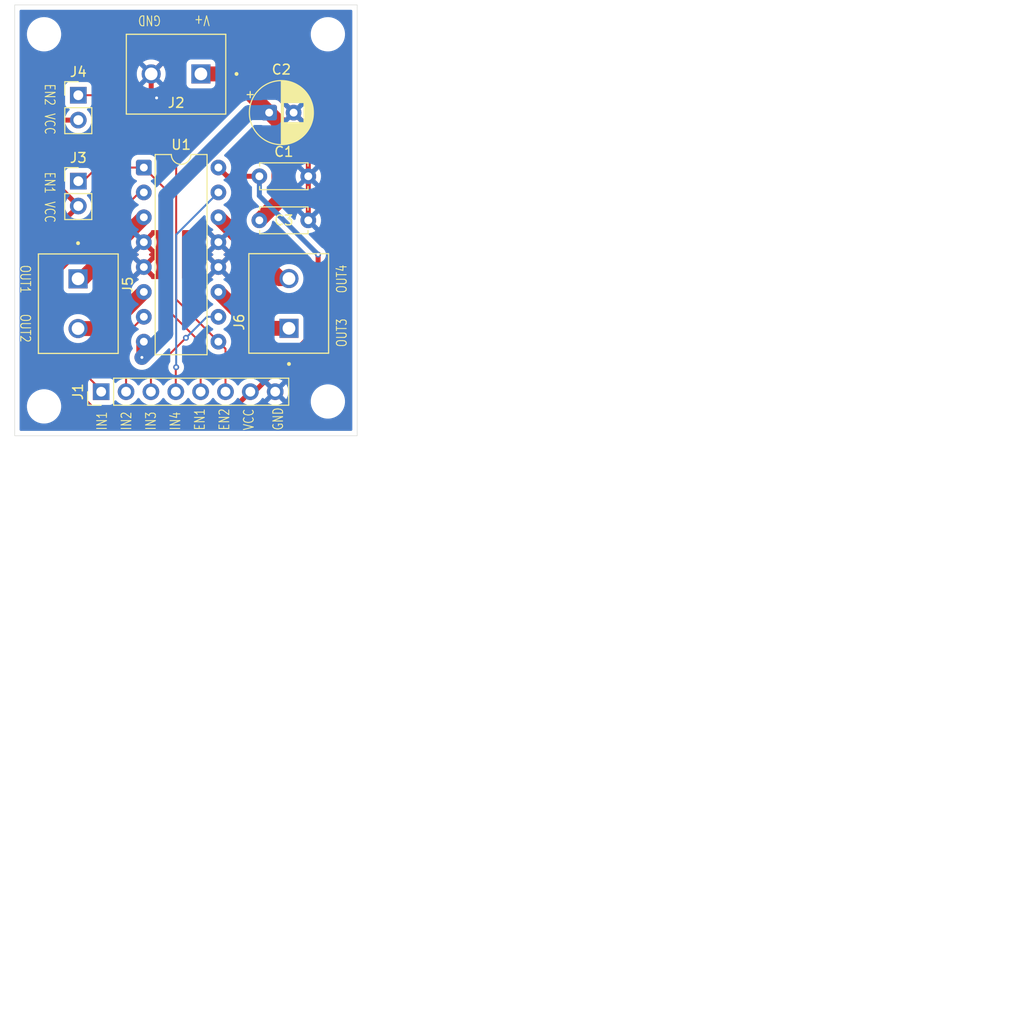
<source format=kicad_pcb>
(kicad_pcb (version 20241229) (generator "pcbnew") (generator_version "9.0")
  (title_block (title "MOTOR_DRIVER") (date "2025-11-08"))
  (layers (0 "F.Cu" signal) (2 "B.Cu" signal) (13 "F.Paste" user) (15 "B.Paste" user) (5 "F.SilkS" user "F.Silkscreen") (7 "B.SilkS" user "B.Silkscreen") (1 "F.Mask" user) (3 "B.Mask" user) (25 "Edge.Cuts" user))
  (net 0 "")
  (net 1 "GND")
  (net 2 "VCC")
  (net 3 "/+V")
  (net 4 "/IN4")
  (net 5 "/IN2")
  (net 6 "/IN3")
  (net 7 "/EN1")
  (net 8 "/EN2")
  (net 9 "/IN1")
  (net 10 "/OUT2")
  (net 11 "/OUT1")
  (net 12 "/OUT3")
  (net 13 "/OUT4")
  (footprint "MountingHole:MountingHole_3mm" (layer "F.Cu") (at 143 113)
    (property "Reference" "REF**" (hide yes))
    (property "Value" "MountingHole_3mm" (hide yes))
    (pad "" np_thru_hole circle (at 0 0) (size 3 3) (drill 3) (layers "*.Cu" "*.Mask"))
  )
  (footprint "1729128:PHOENIX_1729128" (layer "F.Cu") (at 161.5675 75 180)
    (property "Reference" "J2" (at 5.0675 -7 0) (layer "F.SilkS"))
    (property "Value" "Screw_Terminal_01x02" (hide yes))
    (fp_line (start 10.16 0) (end 10.16 -8.15) (stroke (width 0.127)) (layer "F.SilkS"))
    (fp_line (start 10.16 -8.15) (end 0 -8.15) (stroke (width 0.127)) (layer "F.SilkS"))
    (fp_line (start 0 0) (end 10.16 0) (stroke (width 0.127)) (layer "F.SilkS"))
    (fp_line (start 0 -8.15) (end 0 0) (stroke (width 0.127)) (layer "F.SilkS"))
    (fp_circle (center -1.1 -4.05) (end -1 -4.05) (stroke (width 0.2)) (fill no) (layer "F.SilkS"))
    (pad "1" thru_hole rect (at 2.54 -4.05 180) (size 1.95 1.95) (drill 1.3) (layers "*.Cu" "*.Mask") (net 3 "/+V"))
    (pad "2" thru_hole circle (at 7.62 -4.05 180) (size 1.95 1.95) (drill 1.3) (layers "*.Cu" "*.Mask") (net 1 "GND"))
  )
  (footprint "Capacitor_THT:C_Disc_D4.7mm_W2.5mm_P5.00mm" (layer "F.Cu") (at 165 89.5)
    (property "Reference" "C1" (at 2.5 -2.5 0) (layer "F.SilkS"))
    (property "Value" "0.1uF" (hide yes))
    (fp_line (start 0.03 -1.37) (end 4.97 -1.37) (stroke (width 0.12)) (layer "F.SilkS"))
    (fp_line (start 0.03 -1.04) (end 0.03 -1.37) (stroke (width 0.12)) (layer "F.SilkS"))
    (fp_line (start 0.03 1.37) (end 0.03 1.04) (stroke (width 0.12)) (layer "F.SilkS"))
    (fp_line (start 4.97 -1.37) (end 4.97 -1.04) (stroke (width 0.12)) (layer "F.SilkS"))
    (fp_line (start 4.97 1.04) (end 4.97 1.37) (stroke (width 0.12)) (layer "F.SilkS"))
    (fp_line (start 4.97 1.37) (end 0.03 1.37) (stroke (width 0.12)) (layer "F.SilkS"))
    (pad "1" thru_hole circle (at 0 0) (size 1.6 1.6) (drill 0.8) (layers "*.Cu" "*.Mask") (net 2 "VCC"))
    (pad "2" thru_hole circle (at 5 0) (size 1.6 1.6) (drill 0.8) (layers "*.Cu" "*.Mask") (net 1 "GND"))
  )
  (footprint "Connector_PinHeader_2.54mm:PinHeader_1x02_P2.54mm_Vertical" (layer "F.Cu") (at 146.5 90)
    (property "Reference" "J3" (at 0 -2.38 0) (layer "F.SilkS"))
    (property "Value" "Conn_01x02_Pin" (hide yes))
    (fp_line (start -1.38 -1.38) (end 0 -1.38) (stroke (width 0.12)) (layer "F.SilkS"))
    (fp_line (start -1.38 0) (end -1.38 -1.38) (stroke (width 0.12)) (layer "F.SilkS"))
    (fp_line (start -1.38 1.27) (end -1.38 3.92) (stroke (width 0.12)) (layer "F.SilkS"))
    (fp_line (start -1.38 1.27) (end 1.38 1.27) (stroke (width 0.12)) (layer "F.SilkS"))
    (fp_line (start -1.38 3.92) (end 1.38 3.92) (stroke (width 0.12)) (layer "F.SilkS"))
    (fp_line (start 1.38 1.27) (end 1.38 3.92) (stroke (width 0.12)) (layer "F.SilkS"))
    (pad "1" thru_hole rect (at 0 0) (size 1.7 1.7) (drill 1) (layers "*.Cu" "*.Mask") (net 7 "/EN1"))
    (pad "2" thru_hole circle (at 0 2.54) (size 1.7 1.7) (drill 1) (layers "*.Cu" "*.Mask") (net 2 "VCC"))
  )
  (footprint "Package_DIP:DIP-16_W7.62mm" (layer "F.Cu") (at 153.195 88.61)
    (property "Reference" "U1" (at 3.81 -2.33 0) (layer "F.SilkS"))
    (property "Value" "L293D" (hide yes))
    (fp_line (start 1.16 -1.33) (end 1.16 19.11) (stroke (width 0.12)) (layer "F.SilkS"))
    (fp_line (start 1.16 19.11) (end 6.46 19.11) (stroke (width 0.12)) (layer "F.SilkS"))
    (fp_line (start 2.81 -1.33) (end 1.16 -1.33) (stroke (width 0.12)) (layer "F.SilkS"))
    (fp_line (start 6.46 -1.33) (end 4.81 -1.33) (stroke (width 0.12)) (layer "F.SilkS"))
    (fp_line (start 6.46 19.11) (end 6.46 -1.33) (stroke (width 0.12)) (layer "F.SilkS"))
    (fp_arc (start 4.81 -1.33) (mid 3.81 -0.33) (end 2.81 -1.33) (stroke (width 0.12)) (layer "F.SilkS"))
    (pad "1" thru_hole roundrect (at 0 0) (size 1.6 1.6) (drill 0.8) (layers "*.Cu" "*.Mask") (roundrect_rratio 0.15625) (net 7 "/EN1"))
    (pad "2" thru_hole circle (at 0 2.54) (size 1.6 1.6) (drill 0.8) (layers "*.Cu" "*.Mask") (net 9 "/IN1"))
    (pad "3" thru_hole circle (at 0 5.08) (size 1.6 1.6) (drill 0.8) (layers "*.Cu" "*.Mask") (net 11 "/OUT1"))
    (pad "4" thru_hole circle (at 0 7.62) (size 1.6 1.6) (drill 0.8) (layers "*.Cu" "*.Mask") (net 1 "GND"))
    (pad "5" thru_hole circle (at 0 10.16) (size 1.6 1.6) (drill 0.8) (layers "*.Cu" "*.Mask") (net 1 "GND"))
    (pad "6" thru_hole circle (at 0 12.7) (size 1.6 1.6) (drill 0.8) (layers "*.Cu" "*.Mask") (net 10 "/OUT2"))
    (pad "7" thru_hole circle (at 0 15.24) (size 1.6 1.6) (drill 0.8) (layers "*.Cu" "*.Mask") (net 5 "/IN2"))
    (pad "8" thru_hole circle (at 0 17.78) (size 1.6 1.6) (drill 0.8) (layers "*.Cu" "*.Mask") (net 3 "/+V"))
    (pad "9" thru_hole circle (at 7.62 17.78) (size 1.6 1.6) (drill 0.8) (layers "*.Cu" "*.Mask") (net 8 "/EN2"))
    (pad "10" thru_hole circle (at 7.62 15.24) (size 1.6 1.6) (drill 0.8) (layers "*.Cu" "*.Mask") (net 6 "/IN3"))
    (pad "11" thru_hole circle (at 7.62 12.7) (size 1.6 1.6) (drill 0.8) (layers "*.Cu" "*.Mask") (net 12 "/OUT3"))
    (pad "12" thru_hole circle (at 7.62 10.16) (size 1.6 1.6) (drill 0.8) (layers "*.Cu" "*.Mask") (net 1 "GND"))
    (pad "13" thru_hole circle (at 7.62 7.62) (size 1.6 1.6) (drill 0.8) (layers "*.Cu" "*.Mask") (net 1 "GND"))
    (pad "14" thru_hole circle (at 7.62 5.08) (size 1.6 1.6) (drill 0.8) (layers "*.Cu" "*.Mask") (net 13 "/OUT4"))
    (pad "15" thru_hole circle (at 7.62 2.54) (size 1.6 1.6) (drill 0.8) (layers "*.Cu" "*.Mask") (net 4 "/IN4"))
    (pad "16" thru_hole circle (at 7.62 0) (size 1.6 1.6) (drill 0.8) (layers "*.Cu" "*.Mask") (net 2 "VCC"))
  )
  (footprint "MountingHole:MountingHole_3mm" (layer "F.Cu") (at 172 75)
    (property "Reference" "REF**" (hide yes))
    (property "Value" "MountingHole_3mm" (hide yes))
    (pad "" np_thru_hole circle (at 0 0) (size 3 3) (drill 3) (layers "*.Cu" "*.Mask"))
  )
  (footprint "Capacitor_THT:CP_Radial_D6.3mm_P2.50mm" (layer "F.Cu") (at 166 83)
    (property "Reference" "C2" (at 1.25 -4.4 0) (layer "F.SilkS"))
    (property "Value" "220uF" (hide yes))
    (fp_line (start -2.250241 -1.839) (end -1.620241 -1.839) (stroke (width 0.12)) (layer "F.SilkS"))
    (fp_line (start -1.935241 -2.154) (end -1.935241 -1.524) (stroke (width 0.12)) (layer "F.SilkS"))
    (fp_line (start 1.25 -3.23) (end 1.25 3.23) (stroke (width 0.12)) (layer "F.SilkS"))
    (fp_line (start 1.29 -3.23) (end 1.29 3.23) (stroke (width 0.12)) (layer "F.SilkS"))
    (fp_line (start 1.33 -3.229) (end 1.33 3.229) (stroke (width 0.12)) (layer "F.SilkS"))
    (fp_line (start 1.37 -3.228) (end 1.37 3.228) (stroke (width 0.12)) (layer "F.SilkS"))
    (fp_line (start 1.41 -3.226) (end 1.41 3.226) (stroke (width 0.12)) (layer "F.SilkS"))
    (fp_line (start 1.45 -3.224) (end 1.45 3.224) (stroke (width 0.12)) (layer "F.SilkS"))
    (fp_line (start 1.49 -3.221) (end 1.49 -1.04) (stroke (width 0.12)) (layer "F.SilkS"))
    (fp_line (start 1.49 1.04) (end 1.49 3.221) (stroke (width 0.12)) (layer "F.SilkS"))
    (fp_line (start 1.53 -3.218) (end 1.53 -1.04) (stroke (width 0.12)) (layer "F.SilkS"))
    (fp_line (start 1.53 1.04) (end 1.53 3.218) (stroke (width 0.12)) (layer "F.SilkS"))
    (fp_line (start 1.57 -3.214) (end 1.57 -1.04) (stroke (width 0.12)) (layer "F.SilkS"))
    (fp_line (start 1.57 1.04) (end 1.57 3.214) (stroke (width 0.12)) (layer "F.SilkS"))
    (fp_line (start 1.61 -3.21) (end 1.61 -1.04) (stroke (width 0.12)) (layer "F.SilkS"))
    (fp_line (start 1.61 1.04) (end 1.61 3.21) (stroke (width 0.12)) (layer "F.SilkS"))
    (fp_line (start 1.65 -3.205) (end 1.65 -1.04) (stroke (width 0.12)) (layer "F.SilkS"))
    (fp_line (start 1.65 1.04) (end 1.65 3.205) (stroke (width 0.12)) (layer "F.SilkS"))
    (fp_line (start 1.69 -3.2) (end 1.69 -1.04) (stroke (width 0.12)) (layer "F.SilkS"))
    (fp_line (start 1.69 1.04) (end 1.69 3.2) (stroke (width 0.12)) (layer "F.SilkS"))
    (fp_line (start 1.73 -3.195) (end 1.73 -1.04) (stroke (width 0.12)) (layer "F.SilkS"))
    (fp_line (start 1.73 1.04) (end 1.73 3.195) (stroke (width 0.12)) (layer "F.SilkS"))
    (fp_line (start 1.77 -3.188) (end 1.77 -1.04) (stroke (width 0.12)) (layer "F.SilkS"))
    (fp_line (start 1.77 1.04) (end 1.77 3.188) (stroke (width 0.12)) (layer "F.SilkS"))
    (fp_line (start 1.81 -3.182) (end 1.81 -1.04) (stroke (width 0.12)) (layer "F.SilkS"))
    (fp_line (start 1.81 1.04) (end 1.81 3.182) (stroke (width 0.12)) (layer "F.SilkS"))
    (fp_line (start 1.85 -3.174) (end 1.85 -1.04) (stroke (width 0.12)) (layer "F.SilkS"))
    (fp_line (start 1.85 1.04) (end 1.85 3.174) (stroke (width 0.12)) (layer "F.SilkS"))
    (fp_line (start 1.89 -3.167) (end 1.89 -1.04) (stroke (width 0.12)) (layer "F.SilkS"))
    (fp_line (start 1.89 1.04) (end 1.89 3.167) (stroke (width 0.12)) (layer "F.SilkS"))
    (fp_line (start 1.93 -3.159) (end 1.93 -1.04) (stroke (width 0.12)) (layer "F.SilkS"))
    (fp_line (start 1.93 1.04) (end 1.93 3.159) (stroke (width 0.12)) (layer "F.SilkS"))
    (fp_line (start 1.97 -3.15) (end 1.97 -1.04) (stroke (width 0.12)) (layer "F.SilkS"))
    (fp_line (start 1.97 1.04) (end 1.97 3.15) (stroke (width 0.12)) (layer "F.SilkS"))
    (fp_line (start 2.01 -3.14) (end 2.01 -1.04) (stroke (width 0.12)) (layer "F.SilkS"))
    (fp_line (start 2.01 1.04) (end 2.01 3.14) (stroke (width 0.12)) (layer "F.SilkS"))
    (fp_line (start 2.05 -3.131) (end 2.05 -1.04) (stroke (width 0.12)) (layer "F.SilkS"))
    (fp_line (start 2.05 1.04) (end 2.05 3.131) (stroke (width 0.12)) (layer "F.SilkS"))
    (fp_line (start 2.09 -3.12) (end 2.09 -1.04) (stroke (width 0.12)) (layer "F.SilkS"))
    (fp_line (start 2.09 1.04) (end 2.09 3.12) (stroke (width 0.12)) (layer "F.SilkS"))
    (fp_line (start 2.13 -3.109) (end 2.13 -1.04) (stroke (width 0.12)) (layer "F.SilkS"))
    (fp_line (start 2.13 1.04) (end 2.13 3.109) (stroke (width 0.12)) (layer "F.SilkS"))
    (fp_line (start 2.17 -3.098) (end 2.17 -1.04) (stroke (width 0.12)) (layer "F.SilkS"))
    (fp_line (start 2.17 1.04) (end 2.17 3.098) (stroke (width 0.12)) (layer "F.SilkS"))
    (fp_line (start 2.21 -3.086) (end 2.21 -1.04) (stroke (width 0.12)) (layer "F.SilkS"))
    (fp_line (start 2.21 1.04) (end 2.21 3.086) (stroke (width 0.12)) (layer "F.SilkS"))
    (fp_line (start 2.25 -3.073) (end 2.25 -1.04) (stroke (width 0.12)) (layer "F.SilkS"))
    (fp_line (start 2.25 1.04) (end 2.25 3.073) (stroke (width 0.12)) (layer "F.SilkS"))
    (fp_line (start 2.29 -3.06) (end 2.29 -1.04) (stroke (width 0.12)) (layer "F.SilkS"))
    (fp_line (start 2.29 1.04) (end 2.29 3.06) (stroke (width 0.12)) (layer "F.SilkS"))
    (fp_line (start 2.33 -3.047) (end 2.33 -1.04) (stroke (width 0.12)) (layer "F.SilkS"))
    (fp_line (start 2.33 1.04) (end 2.33 3.047) (stroke (width 0.12)) (layer "F.SilkS"))
    (fp_line (start 2.37 -3.032) (end 2.37 -1.04) (stroke (width 0.12)) (layer "F.SilkS"))
    (fp_line (start 2.37 1.04) (end 2.37 3.032) (stroke (width 0.12)) (layer "F.SilkS"))
    (fp_line (start 2.41 -3.017) (end 2.41 -1.04) (stroke (width 0.12)) (layer "F.SilkS"))
    (fp_line (start 2.41 1.04) (end 2.41 3.017) (stroke (width 0.12)) (layer "F.SilkS"))
    (fp_line (start 2.45 -3.002) (end 2.45 -1.04) (stroke (width 0.12)) (layer "F.SilkS"))
    (fp_line (start 2.45 1.04) (end 2.45 3.002) (stroke (width 0.12)) (layer "F.SilkS"))
    (fp_line (start 2.49 -2.986) (end 2.49 -1.04) (stroke (width 0.12)) (layer "F.SilkS"))
    (fp_line (start 2.49 1.04) (end 2.49 2.986) (stroke (width 0.12)) (layer "F.SilkS"))
    (fp_line (start 2.53 -2.969) (end 2.53 -1.04) (stroke (width 0.12)) (layer "F.SilkS"))
    (fp_line (start 2.53 1.04) (end 2.53 2.969) (stroke (width 0.12)) (layer "F.SilkS"))
    (fp_line (start 2.57 -2.952) (end 2.57 -1.04) (stroke (width 0.12)) (layer "F.SilkS"))
    (fp_line (start 2.57 1.04) (end 2.57 2.952) (stroke (width 0.12)) (layer "F.SilkS"))
    (fp_line (start 2.61 -2.934) (end 2.61 -1.04) (stroke (width 0.12)) (layer "F.SilkS"))
    (fp_line (start 2.61 1.04) (end 2.61 2.934) (stroke (width 0.12)) (layer "F.SilkS"))
    (fp_line (start 2.65 -2.915) (end 2.65 -1.04) (stroke (width 0.12)) (layer "F.SilkS"))
    (fp_line (start 2.65 1.04) (end 2.65 2.915) (stroke (width 0.12)) (layer "F.SilkS"))
    (fp_line (start 2.69 -2.896) (end 2.69 -1.04) (stroke (width 0.12)) (layer "F.SilkS"))
    (fp_line (start 2.69 1.04) (end 2.69 2.896) (stroke (width 0.12)) (layer "F.SilkS"))
    (fp_line (start 2.73 -2.876) (end 2.73 -1.04) (stroke (width 0.12)) (layer "F.SilkS"))
    (fp_line (start 2.73 1.04) (end 2.73 2.876) (stroke (width 0.12)) (layer "F.SilkS"))
    (fp_line (start 2.77 -2.855) (end 2.77 -1.04) (stroke (width 0.12)) (layer "F.SilkS"))
    (fp_line (start 2.77 1.04) (end 2.77 2.855) (stroke (width 0.12)) (layer "F.SilkS"))
    (fp_line (start 2.81 -2.834) (end 2.81 -1.04) (stroke (width 0.12)) (layer "F.SilkS"))
    (fp_line (start 2.81 1.04) (end 2.81 2.834) (stroke (width 0.12)) (layer "F.SilkS"))
    (fp_line (start 2.85 -2.812) (end 2.85 -1.04) (stroke (width 0.12)) (layer "F.SilkS"))
    (fp_line (start 2.85 1.04) (end 2.85 2.812) (stroke (width 0.12)) (layer "F.SilkS"))
    (fp_line (start 2.89 -2.789) (end 2.89 -1.04) (stroke (width 0.12)) (layer "F.SilkS"))
    (fp_line (start 2.89 1.04) (end 2.89 2.789) (stroke (width 0.12)) (layer "F.SilkS"))
    (fp_line (start 2.93 -2.765) (end 2.93 -1.04) (stroke (width 0.12)) (layer "F.SilkS"))
    (fp_line (start 2.93 1.04) (end 2.93 2.765) (stroke (width 0.12)) (layer "F.SilkS"))
    (fp_line (start 2.97 -2.741) (end 2.97 -1.04) (stroke (width 0.12)) (layer "F.SilkS"))
    (fp_line (start 2.97 1.04) (end 2.97 2.741) (stroke (width 0.12)) (layer "F.SilkS"))
    (fp_line (start 3.01 -2.716) (end 3.01 -1.04) (stroke (width 0.12)) (layer "F.SilkS"))
    (fp_line (start 3.01 1.04) (end 3.01 2.716) (stroke (width 0.12)) (layer "F.SilkS"))
    (fp_line (start 3.05 -2.69) (end 3.05 -1.04) (stroke (width 0.12)) (layer "F.SilkS"))
    (fp_line (start 3.05 1.04) (end 3.05 2.69) (stroke (width 0.12)) (layer "F.SilkS"))
    (fp_line (start 3.09 -2.663) (end 3.09 -1.04) (stroke (width 0.12)) (layer "F.SilkS"))
    (fp_line (start 3.09 1.04) (end 3.09 2.663) (stroke (width 0.12)) (layer "F.SilkS"))
    (fp_line (start 3.13 -2.636) (end 3.13 -1.04) (stroke (width 0.12)) (layer "F.SilkS"))
    (fp_line (start 3.13 1.04) (end 3.13 2.636) (stroke (width 0.12)) (layer "F.SilkS"))
    (fp_line (start 3.17 -2.607) (end 3.17 -1.04) (stroke (width 0.12)) (layer "F.SilkS"))
    (fp_line (start 3.17 1.04) (end 3.17 2.607) (stroke (width 0.12)) (layer "F.SilkS"))
    (fp_line (start 3.21 -2.577) (end 3.21 -1.04) (stroke (width 0.12)) (layer "F.SilkS"))
    (fp_line (start 3.21 1.04) (end 3.21 2.577) (stroke (width 0.12)) (layer "F.SilkS"))
    (fp_line (start 3.25 -2.547) (end 3.25 -1.04) (stroke (width 0.12)) (layer "F.SilkS"))
    (fp_line (start 3.25 1.04) (end 3.25 2.547) (stroke (width 0.12)) (layer "F.SilkS"))
    (fp_line (start 3.29 -2.516) (end 3.29 -1.04) (stroke (width 0.12)) (layer "F.SilkS"))
    (fp_line (start 3.29 1.04) (end 3.29 2.516) (stroke (width 0.12)) (layer "F.SilkS"))
    (fp_line (start 3.33 -2.483) (end 3.33 -1.04) (stroke (width 0.12)) (layer "F.SilkS"))
    (fp_line (start 3.33 1.04) (end 3.33 2.483) (stroke (width 0.12)) (layer "F.SilkS"))
    (fp_line (start 3.37 -2.45) (end 3.37 -1.04) (stroke (width 0.12)) (layer "F.SilkS"))
    (fp_line (start 3.37 1.04) (end 3.37 2.45) (stroke (width 0.12)) (layer "F.SilkS"))
    (fp_line (start 3.41 -2.415) (end 3.41 -1.04) (stroke (width 0.12)) (layer "F.SilkS"))
    (fp_line (start 3.41 1.04) (end 3.41 2.415) (stroke (width 0.12)) (layer "F.SilkS"))
    (fp_line (start 3.45 -2.379) (end 3.45 -1.04) (stroke (width 0.12)) (layer "F.SilkS"))
    (fp_line (start 3.45 1.04) (end 3.45 2.379) (stroke (width 0.12)) (layer "F.SilkS"))
    (fp_line (start 3.49 -2.342) (end 3.49 -1.04) (stroke (width 0.12)) (layer "F.SilkS"))
    (fp_line (start 3.49 1.04) (end 3.49 2.342) (stroke (width 0.12)) (layer "F.SilkS"))
    (fp_line (start 3.53 -2.304) (end 3.53 -1.04) (stroke (width 0.12)) (layer "F.SilkS"))
    (fp_line (start 3.53 1.04) (end 3.53 2.304) (stroke (width 0.12)) (layer "F.SilkS"))
    (fp_line (start 3.57 -2.264) (end 3.57 2.264) (stroke (width 0.12)) (layer "F.SilkS"))
    (fp_line (start 3.61 -2.223) (end 3.61 2.223) (stroke (width 0.12)) (layer "F.SilkS"))
    (fp_line (start 3.65 -2.181) (end 3.65 2.181) (stroke (width 0.12)) (layer "F.SilkS"))
    (fp_line (start 3.69 -2.137) (end 3.69 2.137) (stroke (width 0.12)) (layer "F.SilkS"))
    (fp_line (start 3.73 -2.091) (end 3.73 2.091) (stroke (width 0.12)) (layer "F.SilkS"))
    (fp_line (start 3.77 -2.044) (end 3.77 2.044) (stroke (width 0.12)) (layer "F.SilkS"))
    (fp_line (start 3.81 -1.995) (end 3.81 1.995) (stroke (width 0.12)) (layer "F.SilkS"))
    (fp_line (start 3.85 -1.943) (end 3.85 1.943) (stroke (width 0.12)) (layer "F.SilkS"))
    (fp_line (start 3.89 -1.89) (end 3.89 1.89) (stroke (width 0.12)) (layer "F.SilkS"))
    (fp_line (start 3.93 -1.834) (end 3.93 1.834) (stroke (width 0.12)) (layer "F.SilkS"))
    (fp_line (start 3.97 -1.775) (end 3.97 1.775) (stroke (width 0.12)) (layer "F.SilkS"))
    (fp_line (start 4.01 -1.714) (end 4.01 1.714) (stroke (width 0.12)) (layer "F.SilkS"))
    (fp_line (start 4.05 -1.649) (end 4.05 1.649) (stroke (width 0.12)) (layer "F.SilkS"))
    (fp_line (start 4.09 -1.581) (end 4.09 1.581) (stroke (width 0.12)) (layer "F.SilkS"))
    (fp_line (start 4.13 -1.509) (end 4.13 1.509) (stroke (width 0.12)) (layer "F.SilkS"))
    (fp_line (start 4.17 -1.432) (end 4.17 1.432) (stroke (width 0.12)) (layer "F.SilkS"))
    (fp_line (start 4.21 -1.35) (end 4.21 1.35) (stroke (width 0.12)) (layer "F.SilkS"))
    (fp_line (start 4.25 -1.261) (end 4.25 1.261) (stroke (width 0.12)) (layer "F.SilkS"))
    (fp_line (start 4.29 -1.165) (end 4.29 1.165) (stroke (width 0.12)) (layer "F.SilkS"))
    (fp_line (start 4.33 -1.058) (end 4.33 1.058) (stroke (width 0.12)) (layer "F.SilkS"))
    (fp_line (start 4.37 -0.939) (end 4.37 0.939) (stroke (width 0.12)) (layer "F.SilkS"))
    (fp_line (start 4.41 -0.801) (end 4.41 0.801) (stroke (width 0.12)) (layer "F.SilkS"))
    (fp_line (start 4.45 -0.633) (end 4.45 0.633) (stroke (width 0.12)) (layer "F.SilkS"))
    (fp_line (start 4.49 -0.402) (end 4.49 0.402) (stroke (width 0.12)) (layer "F.SilkS"))
    (fp_circle (center 1.25 0) (end 4.52 0) (stroke (width 0.12)) (fill no) (layer "F.SilkS"))
    (pad "1" thru_hole roundrect (at 0 0) (size 1.6 1.6) (drill 0.8) (layers "*.Cu" "*.Mask") (roundrect_rratio 0.15625) (net 3 "/+V"))
    (pad "2" thru_hole circle (at 2.5 0) (size 1.6 1.6) (drill 0.8) (layers "*.Cu" "*.Mask") (net 1 "GND"))
  )
  (footprint "Connector_PinHeader_2.54mm:PinHeader_1x08_P2.54mm_Vertical" (layer "F.Cu") (at 148.84 111.5 90)
    (property "Reference" "J1" (at 0 -2.38 90) (layer "F.SilkS"))
    (property "Value" "Conn_01x08" (hide yes))
    (fp_line (start -1.38 -1.38) (end 0 -1.38) (stroke (width 0.12)) (layer "F.SilkS"))
    (fp_line (start -1.38 0) (end -1.38 -1.38) (stroke (width 0.12)) (layer "F.SilkS"))
    (fp_line (start 1.38 1.27) (end 1.38 19.16) (stroke (width 0.12)) (layer "F.SilkS"))
    (fp_line (start -1.38 1.27) (end 1.38 1.27) (stroke (width 0.12)) (layer "F.SilkS"))
    (fp_line (start -1.38 1.27) (end -1.38 19.16) (stroke (width 0.12)) (layer "F.SilkS"))
    (fp_line (start -1.38 19.16) (end 1.38 19.16) (stroke (width 0.12)) (layer "F.SilkS"))
    (pad "1" thru_hole rect (at 0 0 90) (size 1.7 1.7) (drill 1) (layers "*.Cu" "*.Mask") (net 9 "/IN1"))
    (pad "2" thru_hole circle (at 0 2.54 90) (size 1.7 1.7) (drill 1) (layers "*.Cu" "*.Mask") (net 5 "/IN2"))
    (pad "3" thru_hole circle (at 0 5.08 90) (size 1.7 1.7) (drill 1) (layers "*.Cu" "*.Mask") (net 6 "/IN3"))
    (pad "4" thru_hole circle (at 0 7.62 90) (size 1.7 1.7) (drill 1) (layers "*.Cu" "*.Mask") (net 4 "/IN4"))
    (pad "5" thru_hole circle (at 0 10.16 90) (size 1.7 1.7) (drill 1) (layers "*.Cu" "*.Mask") (net 7 "/EN1"))
    (pad "6" thru_hole circle (at 0 12.7 90) (size 1.7 1.7) (drill 1) (layers "*.Cu" "*.Mask") (net 8 "/EN2"))
    (pad "7" thru_hole circle (at 0 15.24 90) (size 1.7 1.7) (drill 1) (layers "*.Cu" "*.Mask") (net 2 "VCC"))
    (pad "8" thru_hole circle (at 0 17.78 90) (size 1.7 1.7) (drill 1) (layers "*.Cu" "*.Mask") (net 1 "GND"))
  )
  (footprint "Capacitor_THT:C_Disc_D4.7mm_W2.5mm_P5.00mm" (layer "F.Cu") (at 165 94)
    (property "Reference" "C3" (at 2.5 0 0) (layer "F.SilkS"))
    (property "Value" "0.1uF" (hide yes))
    (fp_line (start 0.03 -1.37) (end 4.97 -1.37) (stroke (width 0.12)) (layer "F.SilkS"))
    (fp_line (start 0.03 -1.04) (end 0.03 -1.37) (stroke (width 0.12)) (layer "F.SilkS"))
    (fp_line (start 0.03 1.37) (end 0.03 1.04) (stroke (width 0.12)) (layer "F.SilkS"))
    (fp_line (start 4.97 -1.37) (end 4.97 -1.04) (stroke (width 0.12)) (layer "F.SilkS"))
    (fp_line (start 4.97 1.04) (end 4.97 1.37) (stroke (width 0.12)) (layer "F.SilkS"))
    (fp_line (start 4.97 1.37) (end 0.03 1.37) (stroke (width 0.12)) (layer "F.SilkS"))
    (pad "1" thru_hole circle (at 0 0) (size 1.6 1.6) (drill 0.8) (layers "*.Cu" "*.Mask") (net 3 "/+V"))
    (pad "2" thru_hole circle (at 5 0) (size 1.6 1.6) (drill 0.8) (layers "*.Cu" "*.Mask") (net 1 "GND"))
  )
  (footprint "MountingHole:MountingHole_3mm" (layer "F.Cu") (at 172 112.5)
    (property "Reference" "REF**" (hide yes))
    (property "Value" "MountingHole_3mm" (hide yes))
    (pad "" np_thru_hole circle (at 0 0) (size 3 3) (drill 3) (layers "*.Cu" "*.Mask"))
  )
  (footprint "1729128:PHOENIX_1729128" (layer "F.Cu") (at 172.075 107.5675 90)
    (property "Reference" "J6" (at 3.175 -9.135 90) (layer "F.SilkS"))
    (property "Value" "Screw_Terminal_01x02" (hide yes))
    (fp_line (start 10.16 -8.15) (end 0 -8.15) (stroke (width 0.127)) (layer "F.SilkS"))
    (fp_line (start 0 -8.15) (end 0 0) (stroke (width 0.127)) (layer "F.SilkS"))
    (fp_line (start 10.16 0) (end 10.16 -8.15) (stroke (width 0.127)) (layer "F.SilkS"))
    (fp_line (start 0 0) (end 10.16 0) (stroke (width 0.127)) (layer "F.SilkS"))
    (fp_circle (center -1.1 -4.05) (end -1 -4.05) (stroke (width 0.2)) (fill no) (layer "F.SilkS"))
    (pad "1" thru_hole rect (at 2.54 -4.05 90) (size 1.95 1.95) (drill 1.3) (layers "*.Cu" "*.Mask") (net 12 "/OUT3"))
    (pad "2" thru_hole circle (at 7.62 -4.05 90) (size 1.95 1.95) (drill 1.3) (layers "*.Cu" "*.Mask") (net 13 "/OUT4"))
  )
  (footprint "MountingHole:MountingHole_3mm" (layer "F.Cu") (at 143 75)
    (property "Reference" "REF**" (hide yes))
    (property "Value" "MountingHole_3mm" (hide yes))
    (pad "" np_thru_hole circle (at 0 0) (size 3 3) (drill 3) (layers "*.Cu" "*.Mask"))
  )
  (footprint "Connector_PinHeader_2.54mm:PinHeader_1x02_P2.54mm_Vertical" (layer "F.Cu") (at 146.5 81.225)
    (property "Reference" "J4" (at 0 -2.38 0) (layer "F.SilkS"))
    (property "Value" "Conn_01x02_Pin" (hide yes))
    (fp_line (start -1.38 -1.38) (end 0 -1.38) (stroke (width 0.12)) (layer "F.SilkS"))
    (fp_line (start -1.38 0) (end -1.38 -1.38) (stroke (width 0.12)) (layer "F.SilkS"))
    (fp_line (start -1.38 1.27) (end -1.38 3.92) (stroke (width 0.12)) (layer "F.SilkS"))
    (fp_line (start -1.38 1.27) (end 1.38 1.27) (stroke (width 0.12)) (layer "F.SilkS"))
    (fp_line (start -1.38 3.92) (end 1.38 3.92) (stroke (width 0.12)) (layer "F.SilkS"))
    (fp_line (start 1.38 1.27) (end 1.38 3.92) (stroke (width 0.12)) (layer "F.SilkS"))
    (pad "1" thru_hole rect (at 0 0) (size 1.7 1.7) (drill 1) (layers "*.Cu" "*.Mask") (net 8 "/EN2"))
    (pad "2" thru_hole circle (at 0 2.54) (size 1.7 1.7) (drill 1) (layers "*.Cu" "*.Mask") (net 2 "VCC"))
  )
  (footprint "1729128:PHOENIX_1729128" (layer "F.Cu") (at 142.425 97.4325 -90)
    (property "Reference" "J5" (at 3.175 -9.135 90) (layer "F.SilkS"))
    (property "Value" "Screw_Terminal_01x02" (hide yes))
    (fp_line (start 0 0) (end 10.16 0) (stroke (width 0.127)) (layer "F.SilkS"))
    (fp_line (start 10.16 0) (end 10.16 -8.15) (stroke (width 0.127)) (layer "F.SilkS"))
    (fp_line (start 0 -8.15) (end 0 0) (stroke (width 0.127)) (layer "F.SilkS"))
    (fp_line (start 10.16 -8.15) (end 0 -8.15) (stroke (width 0.127)) (layer "F.SilkS"))
    (fp_circle (center -1.1 -4.05) (end -1 -4.05) (stroke (width 0.2)) (fill no) (layer "F.SilkS"))
    (pad "1" thru_hole rect (at 2.54 -4.05 270) (size 1.95 1.95) (drill 1.3) (layers "*.Cu" "*.Mask") (net 11 "/OUT1"))
    (pad "2" thru_hole circle (at 7.62 -4.05 270) (size 1.95 1.95) (drill 1.3) (layers "*.Cu" "*.Mask") (net 10 "/OUT2"))
  )
  (gr_rect (start 140 72) (end 175 116) (stroke (width 0.05)) (fill no) (layer "Edge.Cuts"))
  (gr_text "OUT1" (at 140.5 98.5 270) (layer "F.SilkS") (effects (font (size 1 0.762) (thickness 0.1)) (justify left bottom)))
  (gr_text "EN2" (at 143 80 270) (layer "F.SilkS") (effects (font (size 1 0.762) (thickness 0.1)) (justify left bottom)))
  (gr_text "OUT4" (at 174 101.5 90) (layer "F.SilkS") (effects (font (size 1 0.762) (thickness 0.1)) (justify left bottom)))
  (gr_text "OUT3" (at 174 107 90) (layer "F.SilkS") (effects (font (size 1 0.762) (thickness 0.1)) (justify left bottom)))
  (gr_text "EN1" (at 159.5 115.5 90) (layer "F.SilkS") (effects (font (size 1 0.762) (thickness 0.1)) (justify left bottom)))
  (gr_text "GND" (at 155 73 180) (layer "F.SilkS") (effects (font (size 1 0.762) (thickness 0.1)) (justify left bottom)))
  (gr_text "VCC" (at 143 83 270) (layer "F.SilkS") (effects (font (size 1 0.762) (thickness 0.1)) (justify left bottom)))
  (gr_text "IN2" (at 152 115.5 90) (layer "F.SilkS") (effects (font (size 1 0.762) (thickness 0.1)) (justify left bottom)))
  (gr_text "EN2" (at 162 115.5 90) (layer "F.SilkS") (effects (font (size 1 0.762) (thickness 0.1)) (justify left bottom)))
  (gr_text "VCC" (at 143 92 270) (layer "F.SilkS") (effects (font (size 1 0.762) (thickness 0.1)) (justify left bottom)))
  (gr_text "OUT2" (at 140.5 103.5 270) (layer "F.SilkS") (effects (font (size 1 0.762) (thickness 0.1)) (justify left bottom)))
  (gr_text "IN1" (at 149.5 115.5 90) (layer "F.SilkS") (effects (font (size 1 0.762) (thickness 0.1)) (justify left bottom)))
  (gr_text "IN4" (at 157 115.5 90) (layer "F.SilkS") (effects (font (size 1 0.762) (thickness 0.1)) (justify left bottom)))
  (gr_text "GND" (at 167.5 115.5 90) (layer "F.SilkS") (effects (font (size 1 0.762) (thickness 0.1)) (justify left bottom)))
  (gr_text "V+" (at 160 73 180) (layer "F.SilkS") (effects (font (size 1 0.762) (thickness 0.1)) (justify left bottom)))
  (gr_text "IN3" (at 154.5 115.5 90) (layer "F.SilkS") (effects (font (size 1 0.762) (thickness 0.1)) (justify left bottom)))
  (gr_text "VCC" (at 164.5 115.5 90) (layer "F.SilkS") (effects (font (size 1 0.762) (thickness 0.1)) (justify left bottom)))
  (gr_text "EN1" (at 143 89 270) (layer "F.SilkS") (effects (font (size 1 0.762) (thickness 0.1)) (justify left bottom)))
  (segment (start 153.9475 80.9475) (end 154.5 81.5) (width 0.508) (layer "F.Cu") (net 1))
  (segment (start 168.5 83) (end 161 75.5) (width 0.508) (layer "F.Cu") (net 1))
  (segment (start 157.4975 75.5) (end 153.9475 79.05) (width 0.508) (layer "F.Cu") (net 1))
  (segment (start 153.9475 79.05) (end 153.9475 80.9475) (width 0.508) (layer "F.Cu") (net 1))
  (segment (start 170 89.5) (end 170 84.5) (width 0.508) (layer "F.Cu") (net 1))
  (segment (start 170 84.5) (end 168.5 83) (width 0.508) (layer "F.Cu") (net 1))
  (segment (start 161 75.5) (end 157.4975 75.5) (width 0.508) (layer "F.Cu") (net 1))
  (segment (start 170 94) (end 170 89.5) (width 0.508) (layer "F.Cu") (net 1))
  (via (at 154.5 81.5) (size 0.6) (drill 0.3) (layers "F.Cu" "B.Cu") (net 1))
  (segment (start 150.5 93.535) (end 153.195 96.23) (width 0.508) (layer "B.Cu") (net 1))
  (segment (start 154.5 81.5) (end 150.5 85.5) (width 0.508) (layer "B.Cu") (net 1))
  (segment (start 150.5 85.5) (end 150.5 93.535) (width 0.508) (layer "B.Cu") (net 1))
  (segment (start 164.08 111.5) (end 161.58 114) (width 0.508) (layer "F.Cu") (net 2))
  (segment (start 142.5 96.54) (end 146.5 92.54) (width 0.508) (layer "F.Cu") (net 2))
  (segment (start 143 89.04) (end 146.5 92.54) (width 0.508) (layer "F.Cu") (net 2))
  (segment (start 161.58 114) (end 148.73 114) (width 0.508) (layer "F.Cu") (net 2))
  (segment (start 164.08 111.5) (end 164.5 111.5) (width 0.508) (layer "F.Cu") (net 2))
  (segment (start 148.73 114) (end 142.5 107.77) (width 0.508) (layer "F.Cu") (net 2))
  (segment (start 143.735 83.765) (end 143 84.5) (width 0.508) (layer "F.Cu") (net 2))
  (segment (start 164.5 111.5) (end 171 105) (width 0.508) (layer "F.Cu") (net 2))
  (segment (start 142.5 107.77) (end 142.5 96.54) (width 0.508) (layer "F.Cu") (net 2))
  (segment (start 143 84.5) (end 143 89.04) (width 0.508) (layer "F.Cu") (net 2))
  (segment (start 146.5 83.765) (end 143.735 83.765) (width 0.508) (layer "F.Cu") (net 2))
  (segment (start 165 89.5) (end 161.705 89.5) (width 0.508) (layer "F.Cu") (net 2))
  (segment (start 171 105) (end 171 97.5) (width 0.508) (layer "F.Cu") (net 2))
  (segment (start 160.815 88.61) (end 161.705 89.5) (width 0.508) (layer "F.Cu") (net 2))
  (via (at 171 97.5) (size 0.6) (drill 0.3) (layers "F.Cu" "B.Cu") (net 2))
  (segment (start 171 97.5) (end 165 91.5) (width 0.508) (layer "B.Cu") (net 2))
  (segment (start 165 91.5) (end 165 89.5) (width 0.508) (layer "B.Cu") (net 2))
  (segment (start 159.0275 79.05) (end 162.05 79.05) (width 1.524) (layer "F.Cu") (net 3))
  (segment (start 167 84) (end 166 83) (width 1.524) (layer "F.Cu") (net 3))
  (segment (start 153.195 106.39) (end 153.195 107.805) (width 1.524) (layer "F.Cu") (net 3))
  (segment (start 165 94) (end 167 92) (width 1.524) (layer "F.Cu") (net 3))
  (segment (start 167 92) (end 167 84) (width 1.524) (layer "F.Cu") (net 3))
  (segment (start 153.195 107.805) (end 153 108) (width 1.524) (layer "F.Cu") (net 3))
  (segment (start 162.05 79.05) (end 166 83) (width 1.524) (layer "F.Cu") (net 3))
  (via (at 153 108) (size 0.6) (drill 0.3) (layers "F.Cu" "B.Cu") (net 3))
  (segment (start 163.931741 83) (end 166 83) (width 1.524) (layer "B.Cu") (net 3))
  (segment (start 155.437 91.494741) (end 163.931741 83) (width 1.524) (layer "B.Cu") (net 3))
  (segment (start 155.437 105.563) (end 155.437 91.494741) (width 1.524) (layer "B.Cu") (net 3))
  (segment (start 153 108) (end 155.437 105.563) (width 1.524) (layer "B.Cu") (net 3))
  (segment (start 156.46 109.04) (end 156.5 109) (width 0.2) (layer "F.Cu") (net 4))
  (segment (start 156.46 111.5) (end 156.46 109.04) (width 0.2) (layer "F.Cu") (net 4))
  (via (at 156.5 109) (size 0.6) (drill 0.3) (layers "F.Cu" "B.Cu") (net 4))
  (segment (start 156.5 95.465) (end 160.815 91.15) (width 0.2) (layer "B.Cu") (net 4))
  (segment (start 156.5 109) (end 156.5 95.465) (width 0.2) (layer "B.Cu") (net 4))
  (segment (start 151.38 111.5) (end 151.38 105.665) (width 0.2) (layer "F.Cu") (net 5))
  (segment (start 151.38 105.665) (end 153.195 103.85) (width 0.2) (layer "F.Cu") (net 5))
  (segment (start 153.92 111.5) (end 153.92 109.58) (width 0.2) (layer "F.Cu") (net 6))
  (segment (start 153.92 109.58) (end 157.5 106) (width 0.2) (layer "F.Cu") (net 6))
  (via (at 157.5 106) (size 0.6) (drill 0.3) (layers "F.Cu" "B.Cu") (net 6))
  (segment (start 159.65 103.85) (end 160.815 103.85) (width 0.2) (layer "B.Cu") (net 6))
  (segment (start 157.5 106) (end 159.65 103.85) (width 0.2) (layer "B.Cu") (net 6))
  (segment (start 148.39 88.61) (end 153.195 88.61) (width 0.2) (layer "F.Cu") (net 7))
  (segment (start 155.5 103) (end 155.5 90.915) (width 0.2) (layer "F.Cu") (net 7))
  (segment (start 159 106.5) (end 155.5 103) (width 0.2) (layer "F.Cu") (net 7))
  (segment (start 155.5 90.915) (end 153.195 88.61) (width 0.2) (layer "F.Cu") (net 7))
  (segment (start 147 90) (end 148.39 88.61) (width 0.2) (layer "F.Cu") (net 7))
  (segment (start 159 111.5) (end 159 106.5) (width 0.2) (layer "F.Cu") (net 7))
  (segment (start 146.5 90) (end 147 90) (width 0.2) (layer "F.Cu") (net 7))
  (segment (start 156.5 86) (end 151.725 81.225) (width 0.2) (layer "F.Cu") (net 8))
  (segment (start 161.54 107.115) (end 160.815 106.39) (width 0.2) (layer "F.Cu") (net 8))
  (segment (start 160.815 106.39) (end 156.5 102.075) (width 0.2) (layer "F.Cu") (net 8))
  (segment (start 151.725 81.225) (end 146.5 81.225) (width 0.2) (layer "F.Cu") (net 8))
  (segment (start 161.54 111.5) (end 161.54 107.115) (width 0.2) (layer "F.Cu") (net 8))
  (segment (start 156.5 102.075) (end 156.5 86) (width 0.2) (layer "F.Cu") (net 8))
  (segment (start 152.7455 91.15) (end 153.195 91.15) (width 0.2) (layer "F.Cu") (net 9))
  (segment (start 144 99.8955) (end 152.7455 91.15) (width 0.2) (layer "F.Cu") (net 9))
  (segment (start 148.84 111.5) (end 148.84 111.34) (width 0.2) (layer "F.Cu") (net 9))
  (segment (start 148.84 111.34) (end 144 106.5) (width 0.2) (layer "F.Cu") (net 9))
  (segment (start 144 106.5) (end 144 99.8955) (width 0.2) (layer "F.Cu") (net 9))
  (segment (start 146.475 105.0525) (end 149.4525 105.0525) (width 1.524) (layer "F.Cu") (net 10))
  (segment (start 149.4525 105.0525) (end 153.195 101.31) (width 1.524) (layer "F.Cu") (net 10))
  (segment (start 146.9125 99.9725) (end 153.195 93.69) (width 1.524) (layer "F.Cu") (net 11))
  (segment (start 146.475 99.9725) (end 146.9125 99.9725) (width 1.524) (layer "F.Cu") (net 11))
  (segment (start 168.025 105.0275) (end 164.5325 105.0275) (width 1.524) (layer "F.Cu") (net 12))
  (segment (start 164.5325 105.0275) (end 160.815 101.31) (width 1.524) (layer "F.Cu") (net 12))
  (segment (start 168.025 99.9475) (end 167.0725 99.9475) (width 1.524) (layer "F.Cu") (net 13))
  (segment (start 167.0725 99.9475) (end 160.815 93.69) (width 1.524) (layer "F.Cu") (net 13))
  (zone (net 1) (net_name "GND") (layer "F.Cu") (connect_pads (clearance 0.5)) (min_thickness 0.25) (fill yes (thermal_gap 0.5) (thermal_bridge_width 0.5))
    (polygon (pts (xy 152 95) (xy 162 95) (xy 162 100) (xy 152 100)))
  )
  (zone (net 1) (net_name "GND") (layer "B.Cu") (priority 1) (connect_pads (clearance 0.5)) (min_thickness 0.25) (fill yes (thermal_gap 0.5) (thermal_bridge_width 0.5))
    (polygon (pts (xy 176.5 71.5) (xy 176.5 117.5) (xy 138.5 117.5) (xy 138.5 71.5)))
  )
)
</source>
